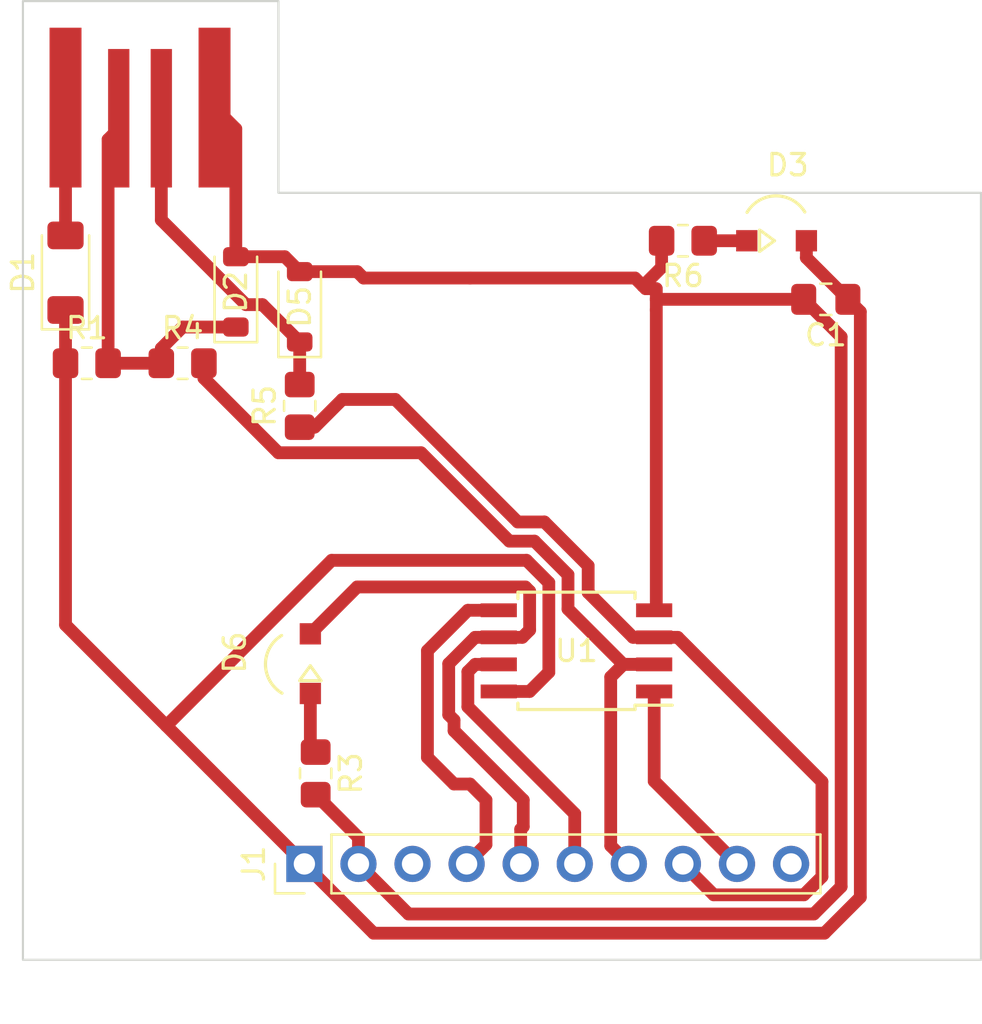
<source format=kicad_pcb>
(kicad_pcb (version 20241229) (generator "pcbnew") (generator_version "9.0")
  (layers (0 "F.Cu" signal) (2 "B.Cu" signal) (13 "F.Paste" user) (15 "B.Paste" user) (5 "F.SilkS" user "F.Silkscreen") (7 "B.SilkS" user "B.Silkscreen") (1 "F.Mask" user) (3 "B.Mask" user) (25 "Edge.Cuts" user))
  (net 0 "")
  (net 1 "GND")
  (net 2 "Net-(D1-A)")
  (net 3 "+5V")
  (net 4 "Net-(D2-K)")
  (net 5 "Net-(D3-K)")
  (net 6 "Net-(D5-K)")
  (net 7 "Net-(D6-K)")
  (net 8 "Net-(D6-A)")
  (net 9 "Net-(J1-Pin_4)")
  (net 10 "Net-(J1-Pin_7)")
  (net 12 "Net-(J1-Pin_6)")
  (net 13 "Net-(J1-Pin_9)")
  (net 14 "Net-(J1-Pin_8)")
  (footprint "Diode_SMD:D_MiniMELF" (layer "F.Cu") (at 204 98.75 90)
    (property "Reference" "D1" (at 0 -2 90) (layer "F.SilkS"))
    (property "Value" "D_Filled")
    (fp_line (start 1.75 -1.11) (end -2.66 -1.11) (stroke (width 0.12)) (layer "F.SilkS"))
    (fp_line (start -2.66 -1.11) (end -2.66 1.11) (stroke (width 0.12)) (layer "F.SilkS"))
    (fp_line (start -2.66 1.11) (end 1.75 1.11) (stroke (width 0.12)) (layer "F.SilkS"))
    (pad "1" smd roundrect (at -1.75 0 90) (size 1.3 1.7) (layers "F.Cu" "F.Mask" "F.Paste") (roundrect_rratio 0.1923076923) (net 3 "+5V"))
    (pad "2" smd roundrect (at 1.75 0 90) (size 1.3 1.7) (layers "F.Cu" "F.Mask" "F.Paste") (roundrect_rratio 0.1923076923) (net 2 "Net-(D1-A)"))
  )
  (footprint "Package_SO:SOIC-8W_5.3x5.3mm_P1.27mm" (layer "F.Cu") (at 228 116.5 180)
    (property "Reference" "U1" (at 0 0 0) (layer "F.SilkS"))
    (property "Value" "ATtiny85-20S")
    (fp_line (start 2.75 2.755) (end 2.75 2.455) (stroke (width 0.15)) (layer "F.SilkS"))
    (fp_line (start 2.75 -2.755) (end 2.75 -2.455) (stroke (width 0.15)) (layer "F.SilkS"))
    (fp_line (start -2.75 2.755) (end 2.75 2.755) (stroke (width 0.15)) (layer "F.SilkS"))
    (fp_line (start -2.75 2.755) (end -2.75 2.455) (stroke (width 0.15)) (layer "F.SilkS"))
    (fp_line (start -2.75 -2.55) (end -4.5 -2.55) (stroke (width 0.15)) (layer "F.SilkS"))
    (fp_line (start -2.75 -2.755) (end 2.75 -2.755) (stroke (width 0.15)) (layer "F.SilkS"))
    (fp_line (start -2.75 -2.755) (end -2.75 -2.55) (stroke (width 0.15)) (layer "F.SilkS"))
    (pad "1" smd rect (at -3.65 -1.905 180) (size 1.7 0.65) (layers "F.Cu" "F.Mask" "F.Paste") (net 13 "Net-(J1-Pin_9)"))
    (pad "2" smd rect (at -3.65 -0.635 180) (size 1.7 0.65) (layers "F.Cu" "F.Mask" "F.Paste") (net 10 "Net-(J1-Pin_7)"))
    (pad "3" smd rect (at -3.65 0.635 180) (size 1.7 0.65) (layers "F.Cu" "F.Mask" "F.Paste") (net 14 "Net-(J1-Pin_8)"))
    (pad "4" smd rect (at -3.65 1.905 180) (size 1.7 0.65) (layers "F.Cu" "F.Mask" "F.Paste") (net 1 "GND"))
    (pad "5" smd rect (at 3.65 1.905 180) (size 1.7 0.65) (layers "F.Cu" "F.Mask" "F.Paste") (net 9 "Net-(J1-Pin_4)"))
    (pad "6" smd rect (at 3.65 0.635 180) (size 1.7 0.65) (layers "F.Cu" "F.Mask" "F.Paste") (net 8 "Net-(D6-A)"))
    (pad "7" smd rect (at 3.65 -0.635 180) (size 1.7 0.65) (layers "F.Cu" "F.Mask" "F.Paste") (net 12 "Net-(J1-Pin_6)"))
    (pad "8" smd rect (at 3.65 -1.905 180) (size 1.7 0.65) (layers "F.Cu" "F.Mask" "F.Paste") (net 3 "+5V"))
  )
  (footprint "Resistor_SMD:R_0805_2012Metric_Pad1.20x1.40mm_HandSolder" (layer "F.Cu") (at 233 97.25 180)
    (property "Reference" "R6" (at 0 -1.65 0) (layer "F.SilkS"))
    (property "Value" "220k ohms")
    (fp_line (start -0.227064 0.735) (end 0.227064 0.735) (stroke (width 0.12)) (layer "F.SilkS"))
    (fp_line (start -0.227064 -0.735) (end 0.227064 -0.735) (stroke (width 0.12)) (layer "F.SilkS"))
    (pad "1" smd roundrect (at -1 0 180) (size 1.2 1.4) (layers "F.Cu" "F.Mask" "F.Paste") (roundrect_rratio 0.208333) (net 5 "Net-(D3-K)"))
    (pad "2" smd roundrect (at 1 0 180) (size 1.2 1.4) (layers "F.Cu" "F.Mask" "F.Paste") (roundrect_rratio 0.208333) (net 1 "GND"))
  )
  (footprint "ledSmd:ledSMD" (layer "F.Cu") (at 215.5 116.7 90)
    (property "Reference" "D6" (at 0.125 -3.55 90) (layer "F.SilkS"))
    (property "Value" "LED")
    (fp_line (start -1.15 -0.475) (end -0.5 0) (stroke (width 0.15)) (layer "F.SilkS"))
    (fp_line (start -0.5 0) (end -1.2 0.5) (stroke (width 0.15)) (layer "F.SilkS"))
    (fp_line (start -1.2 0.5) (end -1.2 -0.5) (stroke (width 0.15)) (layer "F.SilkS"))
    (fp_arc (start -1.786089 -1.331572) (mid -0.435753 -2.107089) (end 0.924999 -1.349999) (stroke (width 0.15)) (layer "F.SilkS"))
    (pad "1" smd rect (at -1.8 0 90) (size 1 1) (layers "F.Cu" "F.Mask" "F.Paste") (net 7 "Net-(D6-K)"))
    (pad "2" smd rect (at 1 0 90) (size 1 1) (layers "F.Cu" "F.Mask" "F.Paste") (net 8 "Net-(D6-A)"))
  )
  (footprint "embeddedPcbUsb:USB_A_UCC" (layer "F.Cu") (at 207.5 91.2 -90)
    (property "Reference" "J2" (hide yes))
    (property "Value" "USB_A" (hide yes))
    (pad "1" smd rect (at -0.2 3.5 270) (size 7.5 1.5) (layers "F.Cu" "F.Mask" "F.Paste") (net 2 "Net-(D1-A)"))
    (pad "2" smd rect (at 0.3 1 270) (size 6.5 1) (layers "F.Cu" "F.Mask" "F.Paste") (net 4 "Net-(D2-K)"))
    (pad "3" smd rect (at 0.3 -1 270) (size 6.5 1) (layers "F.Cu" "F.Mask" "F.Paste") (net 6 "Net-(D5-K)"))
    (pad "4" smd rect (at -0.2 -3.5 270) (size 7.5 1.5) (layers "F.Cu" "F.Mask" "F.Paste") (net 1 "GND"))
  )
  (footprint "Diode_SMD:D_SOD-123" (layer "F.Cu") (at 215 100.35 90)
    (property "Reference" "D5" (at 0 0 90) (layer "F.SilkS"))
    (property "Value" "D_Zener")
    (fp_line (start -2.36 -1) (end 1.65 -1) (stroke (width 0.12)) (layer "F.SilkS"))
    (fp_line (start -2.36 -1) (end -2.36 1) (stroke (width 0.12)) (layer "F.SilkS"))
    (fp_line (start -2.36 1) (end 1.65 1) (stroke (width 0.12)) (layer "F.SilkS"))
    (pad "1" smd roundrect (at -1.65 0 90) (size 0.9 1.2) (layers "F.Cu" "F.Mask" "F.Paste") (net 6 "Net-(D5-K)"))
    (pad "2" smd roundrect (at 1.65 0 90) (size 0.9 1.2) (layers "F.Cu" "F.Mask" "F.Paste") (net 1 "GND"))
  )
  (footprint "Resistor_SMD:R_0805_2012Metric_Pad1.20x1.40mm_HandSolder" (layer "F.Cu") (at 209.5 103)
    (property "Reference" "R4" (at 0 -1.65 0) (layer "F.SilkS"))
    (property "Value" "68k ohms 5% 1/8w")
    (fp_line (start -0.227064 -0.735) (end 0.227064 -0.735) (stroke (width 0.12)) (layer "F.SilkS"))
    (fp_line (start -0.227064 0.735) (end 0.227064 0.735) (stroke (width 0.12)) (layer "F.SilkS"))
    (pad "1" smd roundrect (at -1 0) (size 1.2 1.4) (layers "F.Cu" "F.Mask" "F.Paste") (roundrect_rratio 0.208333) (net 4 "Net-(D2-K)"))
    (pad "2" smd roundrect (at 1 0) (size 1.2 1.4) (layers "F.Cu" "F.Mask" "F.Paste") (roundrect_rratio 0.208333) (net 10 "Net-(J1-Pin_7)"))
  )
  (footprint "ledSmd:ledSMD" (layer "F.Cu") (at 237.8 97.25)
    (property "Reference" "D3" (at 0.125 -3.55 0) (layer "F.SilkS"))
    (property "Value" "LED")
    (fp_line (start -1.2 0.5) (end -1.2 -0.5) (stroke (width 0.15)) (layer "F.SilkS"))
    (fp_line (start -1.15 -0.475) (end -0.5 0) (stroke (width 0.15)) (layer "F.SilkS"))
    (fp_line (start -0.5 0) (end -1.2 0.5) (stroke (width 0.15)) (layer "F.SilkS"))
    (fp_arc (start -1.786089 -1.331572) (mid -0.435753 -2.107089) (end 0.924999 -1.349999) (stroke (width 0.15)) (layer "F.SilkS"))
    (pad "1" smd rect (at -1.8 0) (size 1 1) (layers "F.Cu" "F.Mask" "F.Paste") (net 5 "Net-(D3-K)"))
    (pad "2" smd rect (at 1 0) (size 1 1) (layers "F.Cu" "F.Mask" "F.Paste") (net 3 "+5V"))
  )
  (footprint "Resistor_SMD:R_0805_2012Metric_Pad1.20x1.40mm_HandSolder" (layer "F.Cu") (at 205 103)
    (property "Reference" "R1" (at 0 -1.65 0) (layer "F.SilkS"))
    (property "Value" "1.5k ohms")
    (fp_line (start -0.227064 -0.735) (end 0.227064 -0.735) (stroke (width 0.12)) (layer "F.SilkS"))
    (fp_line (start -0.227064 0.735) (end 0.227064 0.735) (stroke (width 0.12)) (layer "F.SilkS"))
    (pad "1" smd roundrect (at -1 0) (size 1.2 1.4) (layers "F.Cu" "F.Mask" "F.Paste") (roundrect_rratio 0.208333) (net 3 "+5V"))
    (pad "2" smd roundrect (at 1 0) (size 1.2 1.4) (layers "F.Cu" "F.Mask" "F.Paste") (roundrect_rratio 0.208333) (net 4 "Net-(D2-K)"))
  )
  (footprint "Resistor_SMD:R_0805_2012Metric_Pad1.20x1.40mm_HandSolder" (layer "F.Cu") (at 215 105 90)
    (property "Reference" "R5" (at 0 -1.65 90) (layer "F.SilkS"))
    (property "Value" "68k ohms 5% 1/8w")
    (fp_line (start -0.227064 -0.735) (end 0.227064 -0.735) (stroke (width 0.12)) (layer "F.SilkS"))
    (fp_line (start -0.227064 0.735) (end 0.227064 0.735) (stroke (width 0.12)) (layer "F.SilkS"))
    (pad "1" smd roundrect (at -1 0 90) (size 1.2 1.4) (layers "F.Cu" "F.Mask" "F.Paste") (roundrect_rratio 0.208333) (net 14 "Net-(J1-Pin_8)"))
    (pad "2" smd roundrect (at 1 0 90) (size 1.2 1.4) (layers "F.Cu" "F.Mask" "F.Paste") (roundrect_rratio 0.208333) (net 6 "Net-(D5-K)"))
  )
  (footprint "Connector_PinHeader_2.54mm:PinHeader_1x10_P2.54mm_Vertical" (layer "F.Cu") (at 215.22 126.5 90)
    (property "Reference" "J1" (at 0 -2.38 90) (layer "F.SilkS"))
    (property "Value" "Conn_01x10_Socket")
    (fp_line (start -1.38 -1.38) (end 0 -1.38) (stroke (width 0.12)) (layer "F.SilkS"))
    (fp_line (start -1.38 0) (end -1.38 -1.38) (stroke (width 0.12)) (layer "F.SilkS"))
    (fp_line (start 1.38 1.27) (end 1.38 24.24) (stroke (width 0.12)) (layer "F.SilkS"))
    (fp_line (start -1.38 1.27) (end 1.38 1.27) (stroke (width 0.12)) (layer "F.SilkS"))
    (fp_line (start -1.38 1.27) (end -1.38 24.24) (stroke (width 0.12)) (layer "F.SilkS"))
    (fp_line (start -1.38 24.24) (end 1.38 24.24) (stroke (width 0.12)) (layer "F.SilkS"))
    (pad "1" thru_hole rect (at 0 0 90) (size 1.7 1.7) (drill 1) (layers "*.Cu" "*.Mask") (net 3 "+5V"))
    (pad "2" thru_hole circle (at 0 2.54 90) (size 1.7 1.7) (drill 1) (layers "*.Cu" "*.Mask") (net 1 "GND"))
    (pad "3" thru_hole circle (at 0 5.08 90) (size 1.7 1.7) (drill 1) (layers "*.Cu" "*.Mask"))
    (pad "4" thru_hole circle (at 0 7.62 90) (size 1.7 1.7) (drill 1) (layers "*.Cu" "*.Mask") (net 9 "Net-(J1-Pin_4)"))
    (pad "5" thru_hole circle (at 0 10.16 90) (size 1.7 1.7) (drill 1) (layers "*.Cu" "*.Mask") (net 8 "Net-(D6-A)"))
    (pad "6" thru_hole circle (at 0 12.7 90) (size 1.7 1.7) (drill 1) (layers "*.Cu" "*.Mask") (net 12 "Net-(J1-Pin_6)"))
    (pad "7" thru_hole circle (at 0 15.24 90) (size 1.7 1.7) (drill 1) (layers "*.Cu" "*.Mask") (net 10 "Net-(J1-Pin_7)"))
    (pad "8" thru_hole circle (at 0 17.78 90) (size 1.7 1.7) (drill 1) (layers "*.Cu" "*.Mask") (net 14 "Net-(J1-Pin_8)"))
    (pad "9" thru_hole circle (at 0 20.32 90) (size 1.7 1.7) (drill 1) (layers "*.Cu" "*.Mask") (net 13 "Net-(J1-Pin_9)"))
    (pad "10" thru_hole circle (at 0 22.86 90) (size 1.7 1.7) (drill 1) (layers "*.Cu" "*.Mask"))
  )
  (footprint "Capacitor_SMD:C_0805_2012Metric_Pad1.18x1.45mm_HandSolder" (layer "F.Cu") (at 239.7125 100 180)
    (property "Reference" "C1" (at 0 -1.68 0) (layer "F.SilkS"))
    (property "Value" "C")
    (fp_line (start -0.261252 0.735) (end 0.261252 0.735) (stroke (width 0.12)) (layer "F.SilkS"))
    (fp_line (start -0.261252 -0.735) (end 0.261252 -0.735) (stroke (width 0.12)) (layer "F.SilkS"))
    (pad "1" smd roundrect (at -1.0375 0 180) (size 1.175 1.45) (layers "F.Cu" "F.Mask" "F.Paste") (roundrect_rratio 0.212766) (net 3 "+5V"))
    (pad "2" smd roundrect (at 1.0375 0 180) (size 1.175 1.45) (layers "F.Cu" "F.Mask" "F.Paste") (roundrect_rratio 0.212766) (net 1 "GND"))
  )
  (footprint "Diode_SMD:D_SOD-123" (layer "F.Cu") (at 212 99.65 90)
    (property "Reference" "D2" (at 0 0 90) (layer "F.SilkS"))
    (property "Value" "D_Zener")
    (fp_line (start -2.36 -1) (end 1.65 -1) (stroke (width 0.12)) (layer "F.SilkS"))
    (fp_line (start -2.36 -1) (end -2.36 1) (stroke (width 0.12)) (layer "F.SilkS"))
    (fp_line (start -2.36 1) (end 1.65 1) (stroke (width 0.12)) (layer "F.SilkS"))
    (pad "1" smd roundrect (at -1.65 0 90) (size 0.9 1.2) (layers "F.Cu" "F.Mask" "F.Paste") (net 4 "Net-(D2-K)"))
    (pad "2" smd roundrect (at 1.65 0 90) (size 0.9 1.2) (layers "F.Cu" "F.Mask" "F.Paste") (net 1 "GND"))
  )
  (footprint "Resistor_SMD:R_0805_2012Metric_Pad1.20x1.40mm_HandSolder" (layer "F.Cu") (at 215.75 122.25 -90)
    (property "Reference" "R3" (at 0 -1.65 90) (layer "F.SilkS"))
    (property "Value" "330k ohms 5% 1/8w")
    (fp_line (start -0.227064 0.735) (end 0.227064 0.735) (stroke (width 0.12)) (layer "F.SilkS"))
    (fp_line (start -0.227064 -0.735) (end 0.227064 -0.735) (stroke (width 0.12)) (layer "F.SilkS"))
    (pad "1" smd roundrect (at -1 0 270) (size 1.2 1.4) (layers "F.Cu" "F.Mask" "F.Paste") (roundrect_rratio 0.208333) (net 7 "Net-(D6-K)"))
    (pad "2" smd roundrect (at 1 0 270) (size 1.2 1.4) (layers "F.Cu" "F.Mask" "F.Paste") (roundrect_rratio 0.208333) (net 1 "GND"))
  )
  (gr_poly (pts (xy 202 131) (xy 247 131) (xy 247 95) (xy 214 95) (xy 214 86) (xy 202 86)) (stroke (width 0.1)) (fill no) (layer "Edge.Cuts"))
  (segment (start 238.675 100) (end 240.431999 101.756999) (width 0.6) (layer "F.Cu") (net 1))
  (segment (start 217.76 125.26) (end 217.76 126.5) (width 0.6) (layer "F.Cu") (net 1))
  (segment (start 218 99) (end 223 99) (width 0.6) (layer "F.Cu") (net 1))
  (segment (start 231.75 100) (end 238.675 100) (width 0.6) (layer "F.Cu") (net 1))
  (segment (start 231.75 99.5) (end 231.25 99.5) (width 0.6) (layer "F.Cu") (net 1))
  (segment (start 215.75 123.25) (end 217.76 125.26) (width 0.6) (layer "F.Cu") (net 1))
  (segment (start 231.125 99.375) (end 230.75 99) (width 0.6) (layer "F.Cu") (net 1))
  (segment (start 212 98) (end 212 92) (width 0.6) (layer "F.Cu") (net 1))
  (segment (start 215 98.7) (end 217.7 98.7) (width 0.6) (layer "F.Cu") (net 1))
  (segment (start 231.75 114.495) (end 231.75 100.5) (width 0.6) (layer "F.Cu") (net 1))
  (segment (start 217.7 98.7) (end 218 99) (width 0.6) (layer "F.Cu") (net 1))
  (segment (start 214.3 98) (end 215 98.7) (width 0.6) (layer "F.Cu") (net 1))
  (segment (start 212 98) (end 214.3 98) (width 0.6) (layer "F.Cu") (net 1))
  (segment (start 220.111 128.851) (end 217.76 126.5) (width 0.6) (layer "F.Cu") (net 1))
  (segment (start 231.25 99.5) (end 231.125 99.375) (width 0.6) (layer "F.Cu") (net 1))
  (segment (start 231.75 100) (end 231.75 99.5) (width 0.6) (layer "F.Cu") (net 1))
  (segment (start 212 92) (end 211 91) (width 0.6) (layer "F.Cu") (net 1))
  (segment (start 230.75 99) (end 223 99) (width 0.6) (layer "F.Cu") (net 1))
  (segment (start 240.431999 101.756999) (end 240.431999 127.568001) (width 0.6) (layer "F.Cu") (net 1))
  (segment (start 231.75 100.5) (end 231.75 100) (width 0.6) (layer "F.Cu") (net 1))
  (segment (start 239.149 128.851) (end 220.111 128.851) (width 0.6) (layer "F.Cu") (net 1))
  (segment (start 232 97.25) (end 232 98.5) (width 0.6) (layer "F.Cu") (net 1))
  (segment (start 240.431999 127.568001) (end 239.149 128.851) (width 0.6) (layer "F.Cu") (net 1))
  (segment (start 231.65 114.595) (end 231.75 114.495) (width 0.6) (layer "F.Cu") (net 1))
  (segment (start 232 98.5) (end 231.125 99.375) (width 0.6) (layer "F.Cu") (net 1))
  (segment (start 204 91) (end 204 97) (width 0.6) (layer "F.Cu") (net 2))
  (segment (start 208.735 120.015) (end 204 115.28) (width 0.6) (layer "F.Cu") (net 3))
  (segment (start 225.8 118.405) (end 226.703 117.502) (width 0.6) (layer "F.Cu") (net 3))
  (segment (start 240.75 100) (end 241.332998 100.582998) (width 0.6) (layer "F.Cu") (net 3))
  (segment (start 226.703 117.502) (end 226.703 113.298208) (width 0.6) (layer "F.Cu") (net 3))
  (segment (start 218.471 129.751) (end 215.22 126.5) (width 0.6) (layer "F.Cu") (net 3))
  (segment (start 239.648 129.751) (end 218.471 129.751) (width 0.6) (layer "F.Cu") (net 3))
  (segment (start 215.22 126.5) (end 208.735 120.015) (width 0.6) (layer "F.Cu") (net 3))
  (segment (start 241.332998 128.066002) (end 239.648 129.751) (width 0.6) (layer "F.Cu") (net 3))
  (segment (start 204 115.28) (end 204 103) (width 0.6) (layer "F.Cu") (net 3))
  (segment (start 238.8 98.05) (end 240.75 100) (width 0.6) (layer "F.Cu") (net 3))
  (segment (start 204 103) (end 204 100.5) (width 0.6) (layer "F.Cu") (net 3))
  (segment (start 226.703 113.298208) (end 225.654792 112.25) (width 0.6) (layer "F.Cu") (net 3))
  (segment (start 225.654792 112.25) (end 216.5 112.25) (width 0.6) (layer "F.Cu") (net 3))
  (segment (start 216.5 112.25) (end 208.735 120.015) (width 0.6) (layer "F.Cu") (net 3))
  (segment (start 241.332998 100.582998) (end 241.332998 128.066002) (width 0.6) (layer "F.Cu") (net 3))
  (segment (start 238.8 97.25) (end 238.8 98.05) (width 0.6) (layer "F.Cu") (net 3))
  (segment (start 224.35 118.405) (end 225.8 118.405) (width 0.6) (layer "F.Cu") (net 3))
  (segment (start 206 103) (end 208.5 103) (width 0.6) (layer "F.Cu") (net 4))
  (segment (start 208.5 103) (end 208.5 102.3) (width 0.6) (layer "F.Cu") (net 4))
  (segment (start 206 92.5) (end 206 103) (width 0.6) (layer "F.Cu") (net 4))
  (segment (start 209.5 101.3) (end 212 101.3) (width 0.6) (layer "F.Cu") (net 4))
  (segment (start 206.5 91.5) (end 206.5 92) (width 0.6) (layer "F.Cu") (net 4))
  (segment (start 208.5 102.3) (end 209.5 101.3) (width 0.6) (layer "F.Cu") (net 4))
  (segment (start 206.5 92) (end 206 92.5) (width 0.6) (layer "F.Cu") (net 4))
  (segment (start 234 97.25) (end 236 97.25) (width 0.6) (layer "F.Cu") (net 5))
  (segment (start 212.474626 100.249) (end 213.249 100.249) (width 0.6) (layer "F.Cu") (net 6))
  (segment (start 208.5 91.5) (end 208.5 96.274374) (width 0.6) (layer "F.Cu") (net 6))
  (segment (start 208.5 96.274374) (end 212.474626 100.249) (width 0.6) (layer "F.Cu") (net 6))
  (segment (start 213.249 100.249) (end 215 102) (width 0.6) (layer "F.Cu") (net 6))
  (segment (start 215 102) (end 215 104) (width 0.6) (layer "F.Cu") (net 6))
  (segment (start 215.5 118.5) (end 215.5 121) (width 0.6) (layer "F.Cu") (net 7))
  (segment (start 215.5 121) (end 215.75 121.25) (width 0.6) (layer "F.Cu") (net 7))
  (segment (start 225.38 124.87) (end 225.38 126.5) (width 0.6) (layer "F.Cu") (net 8))
  (segment (start 224.35 115.865) (end 223.238794 115.865) (width 0.6) (layer "F.Cu") (net 8))
  (segment (start 224.35 115.865) (end 225.457 115.865) (width 0.6) (layer "F.Cu") (net 8))
  (segment (start 222.25 120.25) (end 225.5 123.5) (width 0.6) (layer "F.Cu") (net 8))
  (segment (start 223.238794 115.865) (end 222 117.103794) (width 0.6) (layer "F.Cu") (net 8))
  (segment (start 225.5 123.5) (end 225.5 124.75) (width 0.6) (layer "F.Cu") (net 8))
  (segment (start 225.5 124.75) (end 225.38 124.87) (width 0.6) (layer "F.Cu") (net 8))
  (segment (start 217.7 113.5) (end 215.5 115.7) (width 0.6) (layer "F.Cu") (net 8))
  (segment (start 225.801 113.701) (end 225.6 113.5) (width 0.6) (layer "F.Cu") (net 8))
  (segment (start 225.457 115.865) (end 225.801 115.521) (width 0.6) (layer "F.Cu") (net 8))
  (segment (start 225.801 115.521) (end 225.801 113.701) (width 0.6) (layer "F.Cu") (net 8))
  (segment (start 222.25 119.75) (end 222.25 120.25) (width 0.6) (layer "F.Cu") (net 8))
  (segment (start 222 117.103794) (end 222 119.5) (width 0.6) (layer "F.Cu") (net 8))
  (segment (start 222 119.5) (end 222.25 119.75) (width 0.6) (layer "F.Cu") (net 8))
  (segment (start 225.6 113.5) (end 217.7 113.5) (width 0.6) (layer "F.Cu") (net 8))
  (segment (start 223.75 123.5) (end 223.75 125.59) (width 0.6) (layer "F.Cu") (net 9))
  (segment (start 223 122.75) (end 223.75 123.5) (width 0.6) (layer "F.Cu") (net 9))
  (segment (start 221 121.5) (end 222.25 122.75) (width 0.6) (layer "F.Cu") (net 9))
  (segment (start 222.25 122.75) (end 223 122.75) (width 0.6) (layer "F.Cu") (net 9))
  (segment (start 221 116.495) (end 221 121.5) (width 0.6) (layer "F.Cu") (net 9))
  (segment (start 224.35 114.595) (end 222.9 114.595) (width 0.6) (layer "F.Cu") (net 9))
  (segment (start 222.9 114.595) (end 221 116.495) (width 0.6) (layer "F.Cu") (net 9))
  (segment (start 223.75 125.59) (end 222.84 126.5) (width 0.6) (layer "F.Cu") (net 9))
  (segment (start 229.61 117.725) (end 229.61 125.65) (width 0.6) (layer "F.Cu") (net 10))
  (segment (start 227.603 114.538) (end 227.603 112.925416) (width 0.6) (layer "F.Cu") (net 10))
  (segment (start 231.65 117.135) (end 230.2 117.135) (width 0.6) (layer "F.Cu") (net 10))
  (segment (start 214.001 107.201) (end 210.5 103.7) (width 0.6) (layer "F.Cu") (net 10))
  (segment (start 230.2 117.135) (end 227.603 114.538) (width 0.6) (layer "F.Cu") (net 10))
  (segment (start 220.701 107.201) (end 214.001 107.201) (width 0.6) (layer "F.Cu") (net 10))
  (segment (start 231.65 117.135) (end 230.2 117.135) (width 0.6) (layer "F.Cu") (net 10))
  (segment (start 210.5 103.7) (end 210.5 103) (width 0.6) (layer "F.Cu") (net 10))
  (segment (start 224.85 111.35) (end 220.701 107.201) (width 0.6) (layer "F.Cu") (net 10))
  (segment (start 227.603 112.925416) (end 226.027584 111.35) (width 0.6) (layer "F.Cu") (net 10))
  (segment (start 230.2 117.135) (end 229.61 117.725) (width 0.6) (layer "F.Cu") (net 10))
  (segment (start 226.027584 111.35) (end 224.85 111.35) (width 0.6) (layer "F.Cu") (net 10))
  (segment (start 229.61 125.65) (end 230.46 126.5) (width 0.6) (layer "F.Cu") (net 10))
  (segment (start 222.9 119.127208) (end 227.92 124.147208) (width 0.6) (layer "F.Cu") (net 12))
  (segment (start 224.35 117.135) (end 223.243 117.135) (width 0.6) (layer "F.Cu") (net 12))
  (segment (start 227.92 124.147208) (end 227.92 126.5) (width 0.6) (layer "F.Cu") (net 12))
  (segment (start 223.243 117.135) (end 222.9 117.478) (width 0.6) (layer "F.Cu") (net 12))
  (segment (start 222.9 117.478) (end 222.9 119.127208) (width 0.6) (layer "F.Cu") (net 12))
  (segment (start 231.65 122.61) (end 235.54 126.5) (width 0.6) (layer "F.Cu") (net 13))
  (segment (start 231.65 118.405) (end 231.65 122.61) (width 0.6) (layer "F.Cu") (net 13))
  (segment (start 230.656 115.865) (end 231.65 115.865) (width 0.6) (layer "F.Cu") (net 14))
  (segment (start 234.451 127.951) (end 233 126.5) (width 0.6) (layer "F.Cu") (net 14))
  (segment (start 217.001 104.699) (end 219.49 104.699) (width 0.6) (layer "F.Cu") (net 14))
  (segment (start 215 106) (end 215.7 106) (width 0.6) (layer "F.Cu") (net 14))
  (segment (start 219.49 104.699) (end 225.241 110.45) (width 0.6) (layer "F.Cu") (net 14))
  (segment (start 239.531 127.101024) (end 238.681024 127.951) (width 0.6) (layer "F.Cu") (net 14))
  (segment (start 228.55 113.759) (end 230.656 115.865) (width 0.6) (layer "F.Cu") (net 14))
  (segment (start 232.757 115.865) (end 239.531 122.639) (width 0.6) (layer "F.Cu") (net 14))
  (segment (start 228.55 112.504416) (end 228.55 113.759) (width 0.6) (layer "F.Cu") (net 14))
  (segment (start 225.241 110.45) (end 226.495584 110.45) (width 0.6) (layer "F.Cu") (net 14))
  (segment (start 226.495584 110.45) (end 228.55 112.504416) (width 0.6) (layer "F.Cu") (net 14))
  (segment (start 215.7 106) (end 217.001 104.699) (width 0.6) (layer "F.Cu") (net 14))
  (segment (start 239.531 122.639) (end 239.531 127.101024) (width 0.6) (layer "F.Cu") (net 14))
  (segment (start 238.681024 127.951) (end 234.451 127.951) (width 0.6) (layer "F.Cu") (net 14))
  (segment (start 231.65 115.865) (end 232.757 115.865) (width 0.6) (layer "F.Cu") (net 14))
)
</source>
